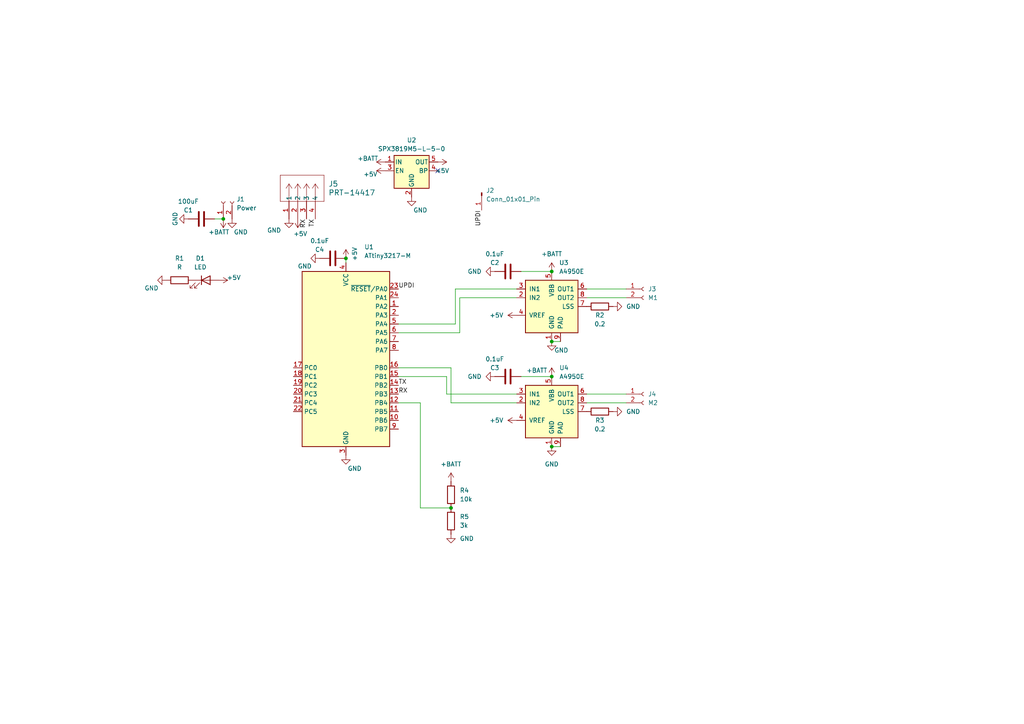
<source format=kicad_sch>
(kicad_sch (version 20250114) (generator "eeschema") (generator_version "9.0")
  (paper "A4")
  (lib_symbols
    (symbol "+BATT_1" (power) (pin_numbers (hide yes)) (pin_names (offset 0) (hide yes))
      (property "Value" "+BATT" (at 0 3.556 0))
      (symbol "+BATT_1_0_1"
        (polyline (pts (xy -0.762 1.27) (xy 0 2.54)))
        (polyline (pts (xy 0 2.54) (xy 0.762 1.27)))
        (polyline (pts (xy 0 0) (xy 0 2.54)))
      )
      (symbol "+BATT_1_1_1"
        (pin power_in line (at 0 0 90) (length 0) (name "~") (number "1"))
      )
    )
    (symbol "Connector:Conn_01x01_Pin" (pin_names (offset 1.016) (hide yes))
      (property "Reference" "J" (at 0 2.54 0))
      (property "Value" "Conn_01x01_Pin" (at 0 -2.54 0))
      (symbol "Conn_01x01_Pin_1_1"
        (rectangle (start 0.8636 0.127) (end 0 -0.127) (stroke (width 0.1524)) (fill (type outline)))
        (polyline (pts (xy 1.27 0) (xy 0.8636 0)) (stroke (width 0.1524)))
        (pin passive line (at 5.08 0 180) (length 3.81) (name "Pin_1") (number "1"))
      )
    )
    (symbol "Connector:Conn_01x02_Socket" (pin_names (offset 1.016) (hide yes))
      (property "Reference" "J" (at 0 2.54 0))
      (property "Value" "Conn_01x02_Socket" (at 0 -5.08 0))
      (symbol "Conn_01x02_Socket_1_1"
        (polyline (pts (xy -1.27 0) (xy -0.508 0)) (stroke (width 0.1524)))
        (polyline (pts (xy -1.27 -2.54) (xy -0.508 -2.54)) (stroke (width 0.1524)))
        (arc (start 0 -0.508) (mid -0.5058 0) (end 0 0.508) (stroke (width 0.1524)))
        (arc (start 0 -3.048) (mid -0.5058 -2.54) (end 0 -2.032) (stroke (width 0.1524)))
        (pin passive line (at -5.08 0 0) (length 3.81) (name "Pin_1") (number "1"))
        (pin passive line (at -5.08 -2.54 0) (length 3.81) (name "Pin_2") (number "2"))
      )
    )
    (symbol "Device:C" (pin_numbers (hide yes)) (pin_names (offset 0.254))
      (property "Reference" "C" (at 0.635 2.54 0))
      (property "Value" "C" (at 0.635 -2.54 0))
      (symbol "C_0_1"
        (polyline (pts (xy -2.032 0.762) (xy 2.032 0.762)) (stroke (width 0.508)))
        (polyline (pts (xy -2.032 -0.762) (xy 2.032 -0.762)) (stroke (width 0.508)))
      )
      (symbol "C_1_1"
        (pin passive line (at 0 3.81 270) (length 2.794) (name "~") (number "1"))
        (pin passive line (at 0 -3.81 90) (length 2.794) (name "~") (number "2"))
      )
    )
    (symbol "Device:LED" (pin_numbers (hide yes)) (pin_names (offset 1.016) (hide yes))
      (property "Reference" "D" (at 0 2.54 0))
      (property "Value" "LED" (at 0 -2.54 0))
      (symbol "LED_0_1"
        (polyline (pts (xy -3.048 -0.762) (xy -4.572 -2.286) (xy -3.81 -2.286) (xy -4.572 -2.286) (xy -4.572 -1.524)))
        (polyline (pts (xy -1.778 -0.762) (xy -3.302 -2.286) (xy -2.54 -2.286) (xy -3.302 -2.286) (xy -3.302 -1.524)))
        (polyline (pts (xy -1.27 0) (xy 1.27 0)))
        (polyline (pts (xy -1.27 -1.27) (xy -1.27 1.27)) (stroke (width 0.254)))
        (polyline (pts (xy 1.27 -1.27) (xy 1.27 1.27) (xy -1.27 0) (xy 1.27 -1.27)) (stroke (width 0.254)))
      )
      (symbol "LED_1_1"
        (pin passive line (at -3.81 0 0) (length 2.54) (name "K") (number "1"))
        (pin passive line (at 3.81 0 180) (length 2.54) (name "A") (number "2"))
      )
    )
    (symbol "Device:R" (pin_numbers (hide yes)) (pin_names (offset 0))
      (property "Reference" "R" (at 2.032 0 90))
      (property "Value" "R" (at 0 0 90))
      (symbol "R_0_1"
        (rectangle (start -1.016 -2.54) (end 1.016 2.54) (stroke (width 0.254)))
      )
      (symbol "R_1_1"
        (pin passive line (at 0 3.81 270) (length 1.27) (name "~") (number "1"))
        (pin passive line (at 0 -3.81 90) (length 1.27) (name "~") (number "2"))
      )
    )
    (symbol "Driver_Motor:A4950E" (pin_names (offset 1.016))
      (property "Reference" "U" (at -7.62 8.89 0))
      (property "Value" "A4950E" (at 5.08 8.89 0))
      (symbol "A4950E_0_1"
        (rectangle (start -7.62 7.62) (end 7.62 -7.62) (stroke (width 0.254)) (fill (type background)))
      )
      (symbol "A4950E_1_1"
        (pin input line (at -10.16 5.08 0) (length 2.54) (name "IN1") (number "3"))
        (pin input line (at -10.16 2.54 0) (length 2.54) (name "IN2") (number "2"))
        (pin passive line (at -10.16 -2.54 0) (length 2.54) (name "VREF") (number "4"))
        (pin power_in line (at 0 10.16 270) (length 2.54) (name "VBB") (number "5"))
        (pin power_in line (at 0 -10.16 90) (length 2.54) (name "GND") (number "1"))
        (pin power_in line (at 2.54 -10.16 90) (length 2.54) (name "PAD") (number "9"))
        (pin power_out line (at 10.16 5.08 180) (length 2.54) (name "OUT1") (number "6"))
        (pin power_out line (at 10.16 2.54 180) (length 2.54) (name "OUT2") (number "8"))
        (pin power_in line (at 10.16 0 180) (length 2.54) (name "LSS") (number "7"))
      )
    )
    (symbol "GND_1" (power) (pin_numbers (hide yes)) (pin_names (offset 0) (hide yes))
      (property "Value" "GND" (at 0 -3.81 0))
      (symbol "GND_1_0_1"
        (polyline (pts (xy 0 0) (xy 0 -1.27) (xy 1.27 -1.27) (xy 0 -2.54) (xy -1.27 -1.27) (xy 0 -1.27)))
      )
      (symbol "GND_1_1_1"
        (pin power_in line (at 0 0 270) (length 0) (name "~") (number "1"))
      )
    )
    (symbol "MCU_Microchip_ATtiny:ATtiny3217-M"
      (property "Reference" "U" (at -12.7 26.67 0))
      (property "Value" "ATtiny3217-M" (at 2.54 -26.67 0))
      (symbol "ATtiny3217-M_0_1"
        (rectangle (start -12.7 -25.4) (end 12.7 25.4) (stroke (width 0.254)) (fill (type background)))
      )
      (symbol "ATtiny3217-M_1_1"
        (pin bidirectional line (at -15.24 -2.54 0) (length 2.54) (name "PC0") (number "17"))
        (pin bidirectional line (at -15.24 -5.08 0) (length 2.54) (name "PC1") (number "18"))
        (pin bidirectional line (at -15.24 -7.62 0) (length 2.54) (name "PC2") (number "19"))
        (pin bidirectional line (at -15.24 -10.16 0) (length 2.54) (name "PC3") (number "20"))
        (pin bidirectional line (at -15.24 -12.7 0) (length 2.54) (name "PC4") (number "21"))
        (pin bidirectional line (at -15.24 -15.24 0) (length 2.54) (name "PC5") (number "22"))
        (pin power_in line (at 0 27.94 270) (length 2.54) (name "VCC") (number "4"))
        (pin passive line (at 0 -27.94 90) (length 2.54) (hide yes) (name "GND") (number "25"))
        (pin power_in line (at 0 -27.94 90) (length 2.54) (name "GND") (number "3"))
        (pin bidirectional line (at 15.24 20.32 180) (length 2.54) (name "~{RESET}/PA0") (number "23"))
        (pin bidirectional line (at 15.24 17.78 180) (length 2.54) (name "PA1") (number "24"))
        (pin bidirectional line (at 15.24 15.24 180) (length 2.54) (name "PA2") (number "1"))
        (pin bidirectional line (at 15.24 12.7 180) (length 2.54) (name "PA3") (number "2"))
        (pin bidirectional line (at 15.24 10.16 180) (length 2.54) (name "PA4") (number "5"))
        (pin bidirectional line (at 15.24 7.62 180) (length 2.54) (name "PA5") (number "6"))
        (pin bidirectional line (at 15.24 5.08 180) (length 2.54) (name "PA6") (number "7"))
        (pin bidirectional line (at 15.24 2.54 180) (length 2.54) (name "PA7") (number "8"))
        (pin bidirectional line (at 15.24 -2.54 180) (length 2.54) (name "PB0") (number "16"))
        (pin bidirectional line (at 15.24 -5.08 180) (length 2.54) (name "PB1") (number "15"))
        (pin bidirectional line (at 15.24 -7.62 180) (length 2.54) (name "PB2") (number "14"))
        (pin bidirectional line (at 15.24 -10.16 180) (length 2.54) (name "PB3") (number "13"))
        (pin bidirectional line (at 15.24 -12.7 180) (length 2.54) (name "PB4") (number "12"))
        (pin bidirectional line (at 15.24 -15.24 180) (length 2.54) (name "PB5") (number "11"))
        (pin bidirectional line (at 15.24 -17.78 180) (length 2.54) (name "PB6") (number "10"))
        (pin bidirectional line (at 15.24 -20.32 180) (length 2.54) (name "PB7") (number "9"))
      )
    )
    (symbol "New_Library:PRT-14417" (pin_names (offset 0.254))
      (property "Reference" "J" (at 8.89 6.35 0))
      (property "Value" "PRT-14417" (at 0 0 0))
      (symbol "PRT-14417_1_1"
        (polyline (pts (xy 5.08 2.54) (xy 5.08 -10.16)) (stroke (width 0.127)))
        (polyline (pts (xy 5.08 -10.16) (xy 12.7 -10.16)) (stroke (width 0.127)))
        (polyline (pts (xy 10.16 0) (xy 5.08 0)) (stroke (width 0.127)))
        (polyline (pts (xy 10.16 0) (xy 8.89 0.8467)) (stroke (width 0.127)))
        (polyline (pts (xy 10.16 0) (xy 8.89 -0.8467)) (stroke (width 0.127)))
        (polyline (pts (xy 10.16 -2.54) (xy 5.08 -2.54)) (stroke (width 0.127)))
        (polyline (pts (xy 10.16 -2.54) (xy 8.89 -1.6933)) (stroke (width 0.127)))
        (polyline (pts (xy 10.16 -2.54) (xy 8.89 -3.3867)) (stroke (width 0.127)))
        (polyline (pts (xy 10.16 -5.08) (xy 5.08 -5.08)) (stroke (width 0.127)))
        (polyline (pts (xy 10.16 -5.08) (xy 8.89 -4.2333)) (stroke (width 0.127)))
        (polyline (pts (xy 10.16 -5.08) (xy 8.89 -5.9267)) (stroke (width 0.127)))
        (polyline (pts (xy 10.16 -7.62) (xy 5.08 -7.62)) (stroke (width 0.127)))
        (polyline (pts (xy 10.16 -7.62) (xy 8.89 -6.7733)) (stroke (width 0.127)))
        (polyline (pts (xy 10.16 -7.62) (xy 8.89 -8.4667)) (stroke (width 0.127)))
        (polyline (pts (xy 12.7 2.54) (xy 5.08 2.54)) (stroke (width 0.127)))
        (polyline (pts (xy 12.7 -10.16) (xy 12.7 2.54)) (stroke (width 0.127)))
        (pin unspecified line (at 0 0 0) (length 5.08) (name "1") (number "1"))
        (pin unspecified line (at 0 -2.54 0) (length 5.08) (name "2") (number "2"))
        (pin unspecified line (at 0 -5.08 0) (length 5.08) (name "3") (number "3"))
        (pin unspecified line (at 0 -7.62 0) (length 5.08) (name "4") (number "4"))
      )
      (symbol "PRT-14417_1_2"
        (polyline (pts (xy 5.08 2.54) (xy 5.08 -10.16)) (stroke (width 0.127)))
        (polyline (pts (xy 5.08 -10.16) (xy 12.7 -10.16)) (stroke (width 0.127)))
        (polyline (pts (xy 7.62 0) (xy 5.08 0)) (stroke (width 0.127)))
        (polyline (pts (xy 7.62 0) (xy 8.89 0.8467)) (stroke (width 0.127)))
        (polyline (pts (xy 7.62 0) (xy 8.89 -0.8467)) (stroke (width 0.127)))
        (polyline (pts (xy 7.62 -2.54) (xy 5.08 -2.54)) (stroke (width 0.127)))
        (polyline (pts (xy 7.62 -2.54) (xy 8.89 -1.6933)) (stroke (width 0.127)))
        (polyline (pts (xy 7.62 -2.54) (xy 8.89 -3.3867)) (stroke (width 0.127)))
        (polyline (pts (xy 7.62 -5.08) (xy 5.08 -5.08)) (stroke (width 0.127)))
        (polyline (pts (xy 7.62 -5.08) (xy 8.89 -4.2333)) (stroke (width 0.127)))
        (polyline (pts (xy 7.62 -5.08) (xy 8.89 -5.9267)) (stroke (width 0.127)))
        (polyline (pts (xy 7.62 -7.62) (xy 5.08 -7.62)) (stroke (width 0.127)))
        (polyline (pts (xy 7.62 -7.62) (xy 8.89 -6.7733)) (stroke (width 0.127)))
        (polyline (pts (xy 7.62 -7.62) (xy 8.89 -8.4667)) (stroke (width 0.127)))
        (polyline (pts (xy 12.7 2.54) (xy 5.08 2.54)) (stroke (width 0.127)))
        (polyline (pts (xy 12.7 -10.16) (xy 12.7 2.54)) (stroke (width 0.127)))
        (pin unspecified line (at 0 0 0) (length 5.08) (name "1") (number "1"))
        (pin unspecified line (at 0 -2.54 0) (length 5.08) (name "2") (number "2"))
        (pin unspecified line (at 0 -5.08 0) (length 5.08) (name "3") (number "3"))
        (pin unspecified line (at 0 -7.62 0) (length 5.08) (name "4") (number "4"))
      )
    )
    (symbol "Regulator_Linear:SPX3819M5-L-5-0" (pin_names (offset 0.254))
      (property "Reference" "U" (at -3.81 5.715 0))
      (property "Value" "SPX3819M5-L-5-0" (at 0 5.715 0))
      (symbol "SPX3819M5-L-5-0_0_1"
        (rectangle (start -5.08 4.445) (end 5.08 -5.08) (stroke (width 0.254)) (fill (type background)))
      )
      (symbol "SPX3819M5-L-5-0_1_1"
        (pin power_in line (at -7.62 2.54 0) (length 2.54) (name "IN") (number "1"))
        (pin input line (at -7.62 0 0) (length 2.54) (name "EN") (number "3"))
        (pin power_in line (at 0 -7.62 90) (length 2.54) (name "GND") (number "2"))
        (pin power_out line (at 7.62 2.54 180) (length 2.54) (name "OUT") (number "5"))
        (pin input line (at 7.62 0 180) (length 2.54) (name "BP") (number "4"))
      )
    )
    (symbol "power:+5V" (power) (pin_names (offset 0))
      (property "Value" "+5V" (at 0 3.556 0))
      (symbol "+5V_0_1"
        (polyline (pts (xy -0.762 1.27) (xy 0 2.54)))
        (polyline (pts (xy 0 2.54) (xy 0.762 1.27)))
        (polyline (pts (xy 0 0) (xy 0 2.54)))
      )
      (symbol "+5V_1_1"
        (pin power_in line (at 0 0 90) (length 0) (hide yes) (name "+5V") (number "1"))
      )
    )
    (symbol "power:+BATT" (power) (pin_names (offset 0))
      (property "Value" "+BATT" (at 0 3.556 0))
      (symbol "+BATT_0_1"
        (polyline (pts (xy -0.762 1.27) (xy 0 2.54)))
        (polyline (pts (xy 0 2.54) (xy 0.762 1.27)))
        (polyline (pts (xy 0 0) (xy 0 2.54)))
      )
      (symbol "+BATT_1_1"
        (pin power_in line (at 0 0 90) (length 0) (hide yes) (name "+BATT") (number "1"))
      )
    )
    (symbol "power:GND" (power) (pin_names (offset 0))
      (property "Value" "GND" (at 0 -3.81 0))
      (symbol "GND_0_1"
        (polyline (pts (xy 0 0) (xy 0 -1.27) (xy 1.27 -1.27) (xy 0 -2.54) (xy -1.27 -1.27) (xy 0 -1.27)))
      )
      (symbol "GND_1_1"
        (pin power_in line (at 0 0 270) (length 0) (hide yes) (name "GND") (number "1"))
      )
    )
  )
  (junction (at 100.33 74.93))
  (junction (at 160.02 99.06))
  (junction (at 64.77 63.5))
  (junction (at 160.02 129.54))
  (junction (at 160.02 78.74))
  (junction (at 130.81 147.32))
  (junction (at 160.02 109.22))
  (no_connect (at 127 49.53))
  (wire (pts (xy 100.33 74.93) (xy 100.33 76.2)))
  (wire (pts (xy 132.08 83.82) (xy 149.86 83.82)))
  (wire (pts (xy 129.54 114.3) (xy 129.54 109.22)))
  (wire (pts (xy 115.57 93.98) (xy 132.08 93.98)))
  (wire (pts (xy 149.86 86.36) (xy 133.35 86.36)))
  (wire (pts (xy 170.18 86.36) (xy 181.61 86.36)))
  (wire (pts (xy 115.57 106.68) (xy 130.81 106.68)))
  (wire (pts (xy 121.92 116.84) (xy 121.92 147.32)))
  (wire (pts (xy 132.08 93.98) (xy 132.08 83.82)))
  (wire (pts (xy 129.54 109.22) (xy 115.57 109.22)))
  (wire (pts (xy 170.18 83.82) (xy 181.61 83.82)))
  (wire (pts (xy 129.54 114.3) (xy 149.86 114.3)))
  (wire (pts (xy 170.18 116.84) (xy 181.61 116.84)))
  (wire (pts (xy 62.23 63.5) (xy 64.77 63.5)))
  (wire (pts (xy 160.02 129.54) (xy 162.56 129.54)))
  (wire (pts (xy 160.02 99.06) (xy 162.56 99.06)))
  (wire (pts (xy 149.86 116.84) (xy 130.81 116.84)))
  (wire (pts (xy 121.92 147.32) (xy 130.81 147.32)))
  (wire (pts (xy 151.13 109.22) (xy 160.02 109.22)))
  (wire (pts (xy 115.57 116.84) (xy 121.92 116.84)))
  (wire (pts (xy 151.13 78.74) (xy 160.02 78.74)))
  (wire (pts (xy 115.57 96.52) (xy 133.35 96.52)))
  (wire (pts (xy 130.81 116.84) (xy 130.81 106.68)))
  (wire (pts (xy 170.18 114.3) (xy 181.61 114.3)))
  (wire (pts (xy 133.35 86.36) (xy 133.35 96.52)))
  (label "RX" (at 88.9 63.5 270))
  (label "UPDI" (at 139.7 60.96 270))
  (label "UPDI" (at 115.57 83.82 0))
  (label "TX" (at 115.57 111.76 0))
  (label "TX" (at 91.44 63.5 270))
  (label "RX" (at 115.57 114.3 0))
  (symbol (lib_id "power:GND") (at 143.51 109.22 270) (unit 1)
    (property "Reference" "#PWR013" (effects (hide yes)))
    (property "Value" "GND" (at 139.7 109.22 90) (effects (justify right)))
  )
  (symbol (lib_id "Device:C") (at 147.32 78.74 270) (unit 1)
    (property "Reference" "C2" (at 143.51 76.2 90))
    (property "Value" "0.1uF" (at 143.51 73.66 90))
    (property "Footprint" "Capacitor_SMD:C_0805_2012Metric" (effects (hide yes)))
  )
  (symbol (lib_id "power:+5V") (at 86.36 63.5 180) (unit 1)
    (property "Reference" "#PWR05" (effects (hide yes)))
    (property "Value" "+5V" (at 87.122 67.818 0))
  )
  (symbol (lib_name "+BATT_1") (lib_id "power:+BATT") (at 130.81 139.7 0) (unit 1)
    (property "Reference" "#PWR026" (effects (hide yes)))
    (property "Value" "+BATT" (at 130.81 134.62 0))
    (property "Description" "Power symbol creates a global label with name \"+BATT\"" (effects (hide yes)))
  )
  (symbol (lib_id "power:GND") (at 119.38 57.15 0) (unit 1)
    (property "Reference" "#PWR010" (effects (hide yes)))
    (property "Value" "GND" (at 121.92 60.96 0))
  )
  (symbol (lib_id "power:+5V") (at 111.76 49.53 90) (unit 1)
    (property "Reference" "#PWR024" (effects (hide yes)))
    (property "Value" "+5V" (at 107.442 50.546 90))
  )
  (symbol (lib_id "Connector:Conn_01x02_Socket") (at 64.77 58.42 90) (unit 1)
    (property "Reference" "J1" (at 68.58 57.785 90) (effects (justify right)))
    (property "Value" "Power" (at 68.58 60.325 90) (effects (justify right)))
    (property "Footprint" "Connector_PinSocket_2.54mm:PinSocket_1x02_P2.54mm_Vertical" (effects (hide yes)))
  )
  (symbol (lib_id "Device:R") (at 173.99 119.38 270) (unit 1)
    (property "Reference" "R3" (at 173.99 121.92 90))
    (property "Value" "0.2" (at 173.99 124.46 90))
    (property "Footprint" "Resistor_SMD:R_0805_2012Metric" (effects (hide yes)))
  )
  (symbol (lib_id "power:GND") (at 100.33 132.08 0) (unit 1)
    (property "Reference" "#PWR08" (effects (hide yes)))
    (property "Value" "GND" (at 102.87 135.89 0))
  )
  (symbol (lib_id "New_Library:PRT-14417") (at 83.82 63.5 90) (unit 1)
    (property "Reference" "J5" (at 95.25 53.3399 90) (effects (font (size 1.524 1.524)) (justify right)))
    (property "Value" "PRT-14417" (at 95.25 55.8799 90) (effects (font (size 1.524 1.524)) (justify right)))
    (property "Footprint" "User:CONN_PRT-14417_SPK" (effects (hide yes)))
    (property "Datasheet" "PRT-14417" (effects (hide yes)))
  )
  (symbol (lib_id "Driver_Motor:A4950E") (at 160.02 119.38 0) (unit 1)
    (property "Reference" "U4" (at 162.2141 106.68 0) (effects (justify left)))
    (property "Value" "A4950E" (at 162.2141 109.22 0) (effects (justify left)))
    (property "Footprint" "Package_SO:SOIC-8-1EP_3.9x4.9mm_P1.27mm_EP2.41x3.3mm" (effects (hide yes)))
    (property "Datasheet" "http://www.allegromicro.com/~/media/Files/Datasheets/A4950-Datasheet.ashx" (effects (hide yes)))
  )
  (symbol (lib_id "power:GND") (at 177.8 119.38 90) (unit 1)
    (property "Reference" "#PWR021" (effects (hide yes)))
    (property "Value" "GND" (at 181.61 119.38 90) (effects (justify right)))
  )
  (symbol (lib_id "Connector:Conn_01x01_Pin") (at 139.7 55.88 270) (unit 1)
    (property "Reference" "J2" (at 140.97 55.2449 90) (effects (justify left)))
    (property "Value" "Conn_01x01_Pin" (at 140.97 57.7849 90) (effects (justify left)))
    (property "Footprint" "Connector_PinHeader_2.54mm:PinHeader_1x01_P2.54mm_Vertical" (effects (hide yes)))
    (property "Description" "Generic connector, single row, 01x01, script generated" (effects (hide yes)))
  )
  (symbol (lib_id "power:+5V") (at 100.33 74.93 0) (unit 1)
    (property "Reference" "#PWR07" (effects (hide yes)))
    (property "Value" "+5V" (at 102.87 73.66 90))
  )
  (symbol (lib_id "power:GND") (at 177.8 88.9 90) (unit 1)
    (property "Reference" "#PWR020" (effects (hide yes)))
    (property "Value" "GND" (at 181.61 88.9 90) (effects (justify right)))
  )
  (symbol (lib_id "power:GND") (at 92.71 74.93 270) (unit 1)
    (property "Reference" "#PWR06" (effects (hide yes)))
    (property "Value" "GND" (at 88.392 77.216 90))
  )
  (symbol (lib_id "Device:R") (at 130.81 151.13 0) (unit 1)
    (property "Reference" "R5" (at 133.35 149.8599 0) (effects (justify left)))
    (property "Value" "3k" (at 133.35 152.3999 0) (effects (justify left)))
    (property "Footprint" "Resistor_SMD:R_0805_2012Metric" (effects (hide yes)))
    (property "Description" "Resistor" (effects (hide yes)))
  )
  (symbol (lib_id "power:GND") (at 143.51 78.74 270) (unit 1)
    (property "Reference" "#PWR012" (effects (hide yes)))
    (property "Value" "GND" (at 139.7 78.74 90) (effects (justify right)))
  )
  (symbol (lib_id "Device:R") (at 130.81 143.51 0) (unit 1)
    (property "Reference" "R4" (at 133.35 142.2399 0) (effects (justify left)))
    (property "Value" "10k" (at 133.35 144.7799 0) (effects (justify left)))
    (property "Footprint" "Resistor_SMD:R_0805_2012Metric" (effects (hide yes)))
    (property "Description" "Resistor" (effects (hide yes)))
  )
  (symbol (lib_id "Device:LED") (at 59.69 81.28 0) (unit 1)
    (property "Reference" "D1" (at 58.1025 74.93 0))
    (property "Value" "LED" (at 58.1025 77.47 0))
    (property "Footprint" "LED_SMD:LED_0805_2012Metric" (effects (hide yes)))
    (property "Description" "Light emitting diode" (effects (hide yes)))
    (property "Sim.Pins" "1=K 2=A" (effects (hide yes)))
  )
  (symbol (lib_id "power:GND") (at 160.02 129.54 0) (unit 1)
    (property "Reference" "#PWR019" (effects (hide yes)))
    (property "Value" "GND" (at 160.02 134.62 0))
  )
  (symbol (lib_id "power:GND") (at 67.31 63.5 0) (unit 1)
    (property "Reference" "#PWR03" (effects (hide yes)))
    (property "Value" "GND" (at 69.85 67.31 0))
  )
  (symbol (lib_id "power:GND") (at 54.61 63.5 270) (unit 1)
    (property "Reference" "#PWR01" (effects (hide yes)))
    (property "Value" "GND" (at 50.8 63.5 0))
  )
  (symbol (lib_id "Regulator_Linear:SPX3819M5-L-5-0") (at 119.38 49.53 0) (unit 1)
    (property "Reference" "U2" (at 119.38 40.64 0))
    (property "Value" "SPX3819M5-L-5-0" (at 119.38 43.18 0))
    (property "Footprint" "Package_TO_SOT_SMD:SOT-23-5" (effects (hide yes)))
    (property "Datasheet" "https://www.exar.com/content/document.ashx?id=22106&languageid=1033&type=Datasheet&partnumber=SPX3819&filename=SPX3819.pdf&part=SPX3819" (effects (hide yes)))
    (property "Description" "500mA Low drop-out regulator, Fixed Output 5.0V, SOT-23-5" (effects (hide yes)))
  )
  (symbol (lib_id "MCU_Microchip_ATtiny:ATtiny3217-M") (at 100.33 104.14 0) (unit 1)
    (property "Reference" "U1" (at 105.664 71.628 0) (effects (justify left)))
    (property "Value" "ATtiny3217-M" (at 105.664 74.168 0) (effects (justify left)))
    (property "Footprint" "Package_DFN_QFN:QFN-24-1EP_4x4mm_P0.5mm_EP2.6x2.6mm" (effects (hide yes)))
    (property "Datasheet" "http://ww1.microchip.com/downloads/en/DeviceDoc/ATtiny3217_1617-Data-Sheet-40001999B.pdf" (effects (hide yes)))
    (property "Description" "20MHz, 32kB Flash, 2kB SRAM, 256B EEPROM, VQFN-24" (effects (hide yes)))
  )
  (symbol (lib_id "power:+5V") (at 149.86 121.92 90) (unit 1)
    (property "Reference" "#PWR015" (effects (hide yes)))
    (property "Value" "+5V" (at 146.05 121.92 90) (effects (justify left)))
  )
  (symbol (lib_id "power:+BATT") (at 64.77 63.5 180) (unit 1)
    (property "Reference" "#PWR02" (effects (hide yes)))
    (property "Value" "+BATT" (at 63.5 67.31 0))
  )
  (symbol (lib_id "Driver_Motor:A4950E") (at 160.02 88.9 0) (unit 1)
    (property "Reference" "U3" (at 162.1633 76.2 0) (effects (justify left)))
    (property "Value" "A4950E" (at 162.1633 78.74 0) (effects (justify left)))
    (property "Footprint" "Package_SO:SOIC-8-1EP_3.9x4.9mm_P1.27mm_EP2.41x3.3mm" (effects (hide yes)))
    (property "Datasheet" "http://www.allegromicro.com/~/media/Files/Datasheets/A4950-Datasheet.ashx" (effects (hide yes)))
    (property "Description" "Full-Bridge, DMOS PWM, Motor Driver, 40V, 3.5A, -40 to +85C" (effects (hide yes)))
  )
  (symbol (lib_id "Device:C") (at 58.42 63.5 270) (unit 1)
    (property "Reference" "C1" (at 54.61 60.96 90))
    (property "Value" "100uF" (at 54.61 58.42 90))
    (property "Footprint" "Capacitor_SMD:C_1206_3216Metric" (effects (hide yes)))
  )
  (symbol (lib_id "power:+5V") (at 63.5 81.28 270) (unit 1)
    (property "Reference" "#PWR023" (effects (hide yes)))
    (property "Value" "+5V" (at 67.818 80.518 90))
  )
  (symbol (lib_id "Connector:Conn_01x02_Socket") (at 186.69 114.3 0) (unit 1)
    (property "Reference" "J4" (at 187.96 114.3 0) (effects (justify left)))
    (property "Value" "M2" (at 187.96 116.84 0) (effects (justify left)))
    (property "Footprint" "Connector_PinSocket_2.54mm:PinSocket_1x02_P2.54mm_Vertical" (effects (hide yes)))
  )
  (symbol (lib_id "power:+5V") (at 127 46.99 270) (unit 1)
    (property "Reference" "#PWR011" (effects (hide yes)))
    (property "Value" "+5V" (at 128.27 49.53 90))
  )
  (symbol (lib_id "power:GND") (at 83.82 63.5 0) (unit 1)
    (property "Reference" "#PWR04" (effects (hide yes)))
    (property "Value" "GND" (at 79.502 66.802 0))
  )
  (symbol (lib_id "Device:C") (at 96.52 74.93 270) (unit 1)
    (property "Reference" "C4" (at 92.71 72.39 90))
    (property "Value" "0.1uF" (at 92.71 69.85 90))
    (property "Footprint" "Capacitor_SMD:C_0805_2012Metric" (effects (hide yes)))
  )
  (symbol (lib_id "power:GND") (at 48.26 81.28 270) (unit 1)
    (property "Reference" "#PWR022" (effects (hide yes)))
    (property "Value" "GND" (at 43.942 83.566 90))
  )
  (symbol (lib_id "power:+BATT") (at 160.02 78.74 0) (unit 1)
    (property "Reference" "#PWR016" (effects (hide yes)))
    (property "Value" "+BATT" (at 160.02 73.66 0))
  )
  (symbol (lib_id "Connector:Conn_01x02_Socket") (at 186.69 83.82 0) (unit 1)
    (property "Reference" "J3" (at 187.96 83.82 0) (effects (justify left)))
    (property "Value" "M1" (at 187.96 86.36 0) (effects (justify left)))
    (property "Footprint" "Connector_PinSocket_2.54mm:PinSocket_1x02_P2.54mm_Vertical" (effects (hide yes)))
  )
  (symbol (lib_id "Device:C") (at 147.32 109.22 270) (unit 1)
    (property "Reference" "C3" (at 143.51 106.68 90))
    (property "Value" "0.1uF" (at 143.51 104.14 90))
    (property "Footprint" "Capacitor_SMD:C_0805_2012Metric" (effects (hide yes)))
  )
  (symbol (lib_id "Device:R") (at 173.99 88.9 270) (unit 1)
    (property "Reference" "R2" (at 173.99 91.44 90))
    (property "Value" "0.2" (at 173.99 93.98 90))
    (property "Footprint" "Resistor_SMD:R_0805_2012Metric" (effects (hide yes)))
  )
  (symbol (lib_id "Device:R") (at 52.07 81.28 90) (unit 1)
    (property "Reference" "R1" (at 52.07 74.93 90))
    (property "Value" "R" (at 52.07 77.47 90))
    (property "Footprint" "Resistor_SMD:R_0805_2012Metric" (effects (hide yes)))
    (property "Description" "Resistor" (effects (hide yes)))
  )
  (symbol (lib_id "power:+5V") (at 149.86 91.44 90) (unit 1)
    (property "Reference" "#PWR014" (effects (hide yes)))
    (property "Value" "+5V" (at 146.05 91.44 90) (effects (justify left)))
  )
  (symbol (lib_id "power:+BATT") (at 160.02 109.22 0) (unit 1)
    (property "Reference" "#PWR018" (effects (hide yes)))
    (property "Value" "+BATT" (at 155.702 107.442 0))
  )
  (symbol (lib_name "GND_1") (lib_id "power:GND") (at 130.81 154.94 0) (unit 1)
    (property "Reference" "#PWR025" (effects (hide yes)))
    (property "Value" "GND" (at 133.35 156.2099 0) (effects (justify left)))
    (property "Description" "Power symbol creates a global label with name \"GND\" , ground" (effects (hide yes)))
  )
  (symbol (lib_id "power:GND") (at 160.02 99.06 0) (unit 1)
    (property "Reference" "#PWR017" (effects (hide yes)))
    (property "Value" "GND" (at 162.814 101.6 0))
  )
  (symbol (lib_id "power:+BATT") (at 111.76 46.99 90) (unit 1)
    (property "Reference" "#PWR09" (effects (hide yes)))
    (property "Value" "+BATT" (at 106.68 45.974 90))
  )
)
</source>
